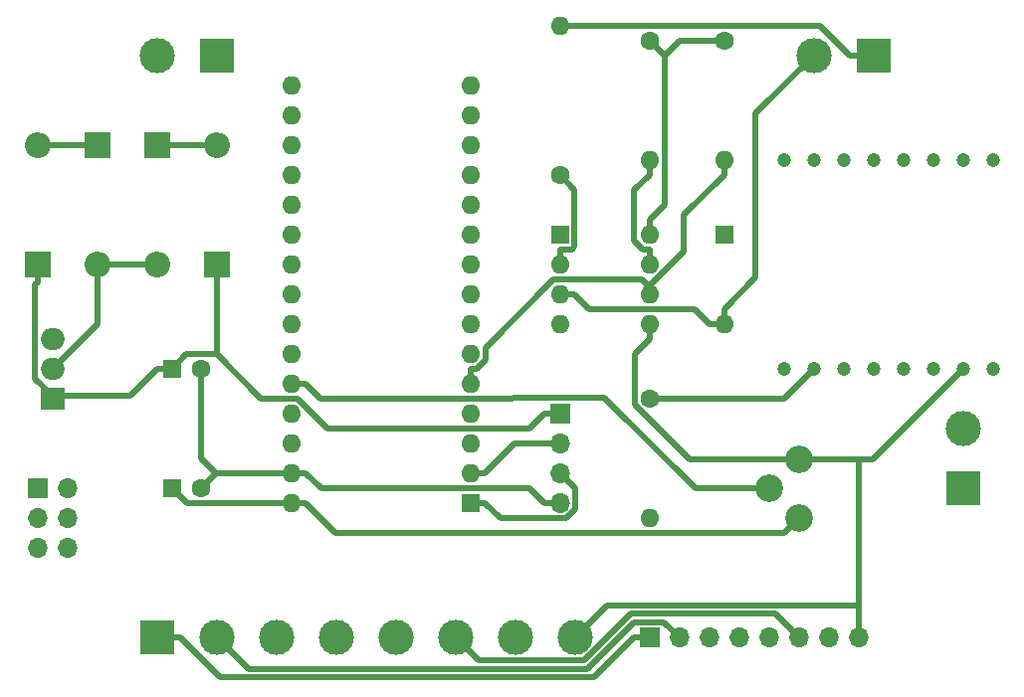
<source format=gbr>
%TF.GenerationSoftware,KiCad,Pcbnew,5.1.10*%
%TF.CreationDate,2021-08-02T12:23:09+02:00*%
%TF.ProjectId,DAD 02,44414420-3032-42e6-9b69-6361645f7063,1.0*%
%TF.SameCoordinates,Original*%
%TF.FileFunction,Copper,L1,Top*%
%TF.FilePolarity,Positive*%
%FSLAX46Y46*%
G04 Gerber Fmt 4.6, Leading zero omitted, Abs format (unit mm)*
G04 Created by KiCad (PCBNEW 5.1.10) date 2021-08-02 12:23:09*
%MOMM*%
%LPD*%
G01*
G04 APERTURE LIST*
%TA.AperFunction,ComponentPad*%
%ADD10R,1.600000X1.600000*%
%TD*%
%TA.AperFunction,ComponentPad*%
%ADD11O,1.600000X1.600000*%
%TD*%
%TA.AperFunction,ComponentPad*%
%ADD12C,1.600000*%
%TD*%
%TA.AperFunction,ComponentPad*%
%ADD13O,2.200000X2.200000*%
%TD*%
%TA.AperFunction,ComponentPad*%
%ADD14R,2.200000X2.200000*%
%TD*%
%TA.AperFunction,ComponentPad*%
%ADD15R,1.700000X1.700000*%
%TD*%
%TA.AperFunction,ComponentPad*%
%ADD16O,1.700000X1.700000*%
%TD*%
%TA.AperFunction,ComponentPad*%
%ADD17R,3.000000X3.000000*%
%TD*%
%TA.AperFunction,ComponentPad*%
%ADD18C,3.000000*%
%TD*%
%TA.AperFunction,ComponentPad*%
%ADD19C,2.340000*%
%TD*%
%TA.AperFunction,ComponentPad*%
%ADD20R,2.000000X1.905000*%
%TD*%
%TA.AperFunction,ComponentPad*%
%ADD21O,2.000000X1.905000*%
%TD*%
%TA.AperFunction,ComponentPad*%
%ADD22C,1.200000*%
%TD*%
%TA.AperFunction,Conductor*%
%ADD23C,0.500000*%
%TD*%
G04 APERTURE END LIST*
D10*
%TO.P,A1,1*%
%TO.N,Net-(A1-Pad1)*%
X54610000Y-57150000D03*
D11*
%TO.P,A1,17*%
%TO.N,Net-(A1-Pad17)*%
X39370000Y-24130000D03*
%TO.P,A1,2*%
%TO.N,Net-(A1-Pad2)*%
X54610000Y-54610000D03*
%TO.P,A1,18*%
%TO.N,Net-(A1-Pad18)*%
X39370000Y-26670000D03*
%TO.P,A1,3*%
%TO.N,Net-(A1-Pad3)*%
X54610000Y-52070000D03*
%TO.P,A1,19*%
%TO.N,BTN_MODE_A*%
X39370000Y-29210000D03*
%TO.P,A1,4*%
%TO.N,Net-(A1-Pad4)*%
X54610000Y-49530000D03*
%TO.P,A1,20*%
%TO.N,BTN_MODE_B*%
X39370000Y-31750000D03*
%TO.P,A1,5*%
%TO.N,DCC*%
X54610000Y-46990000D03*
%TO.P,A1,21*%
%TO.N,BTN_MODE_C*%
X39370000Y-34290000D03*
%TO.P,A1,6*%
%TO.N,BTN_A1*%
X54610000Y-44450000D03*
%TO.P,A1,22*%
%TO.N,Net-(A1-Pad22)*%
X39370000Y-36830000D03*
%TO.P,A1,7*%
%TO.N,BTN_A2*%
X54610000Y-41910000D03*
%TO.P,A1,23*%
%TO.N,Net-(A1-Pad23)*%
X39370000Y-39370000D03*
%TO.P,A1,8*%
%TO.N,BTN_B1*%
X54610000Y-39370000D03*
%TO.P,A1,24*%
%TO.N,Net-(A1-Pad24)*%
X39370000Y-41910000D03*
%TO.P,A1,9*%
%TO.N,BTN_B2*%
X54610000Y-36830000D03*
%TO.P,A1,25*%
%TO.N,Net-(A1-Pad25)*%
X39370000Y-44450000D03*
%TO.P,A1,10*%
%TO.N,BTN_C1*%
X54610000Y-34290000D03*
%TO.P,A1,26*%
%TO.N,VOL_POT*%
X39370000Y-46990000D03*
%TO.P,A1,11*%
%TO.N,BTN_C2*%
X54610000Y-31750000D03*
%TO.P,A1,27*%
%TO.N,Net-(A1-Pad27)*%
X39370000Y-49530000D03*
%TO.P,A1,12*%
%TO.N,BTN_RAND*%
X54610000Y-29210000D03*
%TO.P,A1,28*%
%TO.N,Net-(A1-Pad28)*%
X39370000Y-52070000D03*
%TO.P,A1,13*%
%TO.N,DFP_RX*%
X54610000Y-26670000D03*
%TO.P,A1,29*%
%TO.N,GND*%
X39370000Y-54610000D03*
%TO.P,A1,14*%
%TO.N,DFP_TX*%
X54610000Y-24130000D03*
%TO.P,A1,30*%
%TO.N,+5V*%
X39370000Y-57150000D03*
%TO.P,A1,15*%
%TO.N,Net-(A1-Pad15)*%
X54610000Y-21590000D03*
%TO.P,A1,16*%
%TO.N,Net-(A1-Pad16)*%
X39370000Y-21590000D03*
%TD*%
D12*
%TO.P,C1,2*%
%TO.N,GND*%
X31710000Y-45720000D03*
D10*
%TO.P,C1,1*%
%TO.N,VCC*%
X29210000Y-45720000D03*
%TD*%
%TO.P,C2,1*%
%TO.N,+5V*%
X29210000Y-55880000D03*
D12*
%TO.P,C2,2*%
%TO.N,GND*%
X31710000Y-55880000D03*
%TD*%
D13*
%TO.P,D1,2*%
%TO.N,Net-(D1-Pad2)*%
X33020000Y-26670000D03*
D14*
%TO.P,D1,1*%
%TO.N,VCC*%
X33020000Y-36830000D03*
%TD*%
%TO.P,D2,1*%
%TO.N,VCC*%
X17780000Y-36830000D03*
D13*
%TO.P,D2,2*%
%TO.N,Net-(D2-Pad2)*%
X17780000Y-26670000D03*
%TD*%
%TO.P,D3,2*%
%TO.N,GND*%
X27940000Y-36830000D03*
D14*
%TO.P,D3,1*%
%TO.N,Net-(D1-Pad2)*%
X27940000Y-26670000D03*
%TD*%
%TO.P,D4,1*%
%TO.N,Net-(D2-Pad2)*%
X22860000Y-26670000D03*
D13*
%TO.P,D4,2*%
%TO.N,GND*%
X22860000Y-36830000D03*
%TD*%
D10*
%TO.P,D5,1*%
%TO.N,Net-(D5-Pad1)*%
X76200000Y-34290000D03*
D11*
%TO.P,D5,2*%
%TO.N,Net-(D5-Pad2)*%
X76200000Y-41910000D03*
%TD*%
D15*
%TO.P,J1,1*%
%TO.N,VCC*%
X62230000Y-49530000D03*
D16*
%TO.P,J1,2*%
%TO.N,Net-(A1-Pad2)*%
X62230000Y-52070000D03*
%TO.P,J1,3*%
%TO.N,Net-(A1-Pad1)*%
X62230000Y-54610000D03*
%TO.P,J1,4*%
%TO.N,GND*%
X62230000Y-57150000D03*
%TD*%
D17*
%TO.P,J2,1*%
%TO.N,Net-(D1-Pad2)*%
X33020000Y-19050000D03*
D18*
%TO.P,J2,2*%
%TO.N,Net-(D2-Pad2)*%
X27940000Y-19050000D03*
%TD*%
D17*
%TO.P,J3,1*%
%TO.N,Net-(J3-Pad1)*%
X88900000Y-19050000D03*
D18*
%TO.P,J3,2*%
%TO.N,Net-(D5-Pad2)*%
X83820000Y-19050000D03*
%TD*%
D15*
%TO.P,J4,1*%
%TO.N,GND*%
X17780000Y-55880000D03*
D16*
%TO.P,J4,2*%
%TO.N,BTN_MODE_A*%
X20320000Y-55880000D03*
%TO.P,J4,3*%
%TO.N,GND*%
X17780000Y-58420000D03*
%TO.P,J4,4*%
%TO.N,BTN_MODE_B*%
X20320000Y-58420000D03*
%TO.P,J4,5*%
%TO.N,GND*%
X17780000Y-60960000D03*
%TO.P,J4,6*%
%TO.N,BTN_MODE_C*%
X20320000Y-60960000D03*
%TD*%
D18*
%TO.P,J5,2*%
%TO.N,BTN_A2*%
X33020000Y-68580000D03*
%TO.P,J5,3*%
%TO.N,BTN_B1*%
X38100000Y-68580000D03*
D17*
%TO.P,J5,1*%
%TO.N,BTN_A1*%
X27940000Y-68580000D03*
D18*
%TO.P,J5,4*%
%TO.N,BTN_B2*%
X43180000Y-68580000D03*
%TO.P,J5,5*%
%TO.N,BTN_C1*%
X48260000Y-68580000D03*
%TO.P,J5,6*%
%TO.N,BTN_C2*%
X53340000Y-68580000D03*
%TO.P,J5,7*%
%TO.N,BTN_RAND*%
X58420000Y-68580000D03*
%TO.P,J5,8*%
%TO.N,GND*%
X63500000Y-68580000D03*
%TD*%
%TO.P,J6,2*%
%TO.N,Net-(J6-Pad2)*%
X96520000Y-50800000D03*
D17*
%TO.P,J6,1*%
%TO.N,Net-(J6-Pad1)*%
X96520000Y-55880000D03*
%TD*%
D15*
%TO.P,J7,1*%
%TO.N,BTN_A1*%
X69850000Y-68580000D03*
D16*
%TO.P,J7,2*%
%TO.N,BTN_A2*%
X72390000Y-68580000D03*
%TO.P,J7,3*%
%TO.N,BTN_B1*%
X74930000Y-68580000D03*
%TO.P,J7,4*%
%TO.N,BTN_B2*%
X77470000Y-68580000D03*
%TO.P,J7,5*%
%TO.N,BTN_C1*%
X80010000Y-68580000D03*
%TO.P,J7,6*%
%TO.N,BTN_C2*%
X82550000Y-68580000D03*
%TO.P,J7,7*%
%TO.N,BTN_RAND*%
X85090000Y-68580000D03*
%TO.P,J7,8*%
%TO.N,GND*%
X87630000Y-68580000D03*
%TD*%
D11*
%TO.P,R1,2*%
%TO.N,Net-(R1-Pad2)*%
X69850000Y-27940000D03*
D12*
%TO.P,R1,1*%
%TO.N,+5V*%
X69850000Y-17780000D03*
%TD*%
%TO.P,R2,1*%
%TO.N,+5V*%
X76200000Y-17780000D03*
D11*
%TO.P,R2,2*%
%TO.N,DCC*%
X76200000Y-27940000D03*
%TD*%
D12*
%TO.P,R3,1*%
%TO.N,Net-(D5-Pad1)*%
X62230000Y-29210000D03*
D11*
%TO.P,R3,2*%
%TO.N,Net-(J3-Pad1)*%
X62230000Y-16510000D03*
%TD*%
D12*
%TO.P,R4,1*%
%TO.N,Net-(R4-Pad1)*%
X69850000Y-48260000D03*
D11*
%TO.P,R4,2*%
%TO.N,DFP_TX*%
X69850000Y-58420000D03*
%TD*%
D19*
%TO.P,RV1,3*%
%TO.N,GND*%
X82550000Y-53420000D03*
%TO.P,RV1,2*%
%TO.N,VOL_POT*%
X80050000Y-55920000D03*
%TO.P,RV1,1*%
%TO.N,+5V*%
X82550000Y-58420000D03*
%TD*%
D20*
%TO.P,U1,1*%
%TO.N,VCC*%
X19050000Y-48260000D03*
D21*
%TO.P,U1,2*%
%TO.N,GND*%
X19050000Y-45720000D03*
%TO.P,U1,3*%
%TO.N,+5V*%
X19050000Y-43180000D03*
%TD*%
D10*
%TO.P,U2,1*%
%TO.N,Net-(U2-Pad1)*%
X62230000Y-34290000D03*
D11*
%TO.P,U2,5*%
%TO.N,GND*%
X69850000Y-41910000D03*
%TO.P,U2,2*%
%TO.N,Net-(D5-Pad1)*%
X62230000Y-36830000D03*
%TO.P,U2,6*%
%TO.N,DCC*%
X69850000Y-39370000D03*
%TO.P,U2,3*%
%TO.N,Net-(D5-Pad2)*%
X62230000Y-39370000D03*
%TO.P,U2,7*%
%TO.N,Net-(R1-Pad2)*%
X69850000Y-36830000D03*
%TO.P,U2,4*%
%TO.N,N/C*%
X62230000Y-41910000D03*
%TO.P,U2,8*%
%TO.N,+5V*%
X69850000Y-34290000D03*
%TD*%
D22*
%TO.P,U3,16*%
%TO.N,Net-(U3-Pad16)*%
X81280000Y-27940000D03*
%TO.P,U3,1*%
%TO.N,+5V*%
X81280000Y-45720000D03*
%TO.P,U3,15*%
%TO.N,Net-(U3-Pad15)*%
X83820000Y-27940000D03*
%TO.P,U3,2*%
%TO.N,Net-(R4-Pad1)*%
X83820000Y-45720000D03*
%TO.P,U3,14*%
%TO.N,Net-(U3-Pad14)*%
X86360000Y-27940000D03*
%TO.P,U3,3*%
%TO.N,DFP_RX*%
X86360000Y-45720000D03*
%TO.P,U3,13*%
%TO.N,Net-(U3-Pad13)*%
X88900000Y-27940000D03*
%TO.P,U3,4*%
%TO.N,Net-(U3-Pad4)*%
X88900000Y-45720000D03*
%TO.P,U3,12*%
%TO.N,Net-(U3-Pad12)*%
X91440000Y-27940000D03*
%TO.P,U3,5*%
%TO.N,Net-(U3-Pad5)*%
X91440000Y-45720000D03*
%TO.P,U3,11*%
%TO.N,Net-(U3-Pad11)*%
X93980000Y-27940000D03*
%TO.P,U3,6*%
%TO.N,Net-(J6-Pad1)*%
X93980000Y-45720000D03*
%TO.P,U3,10*%
%TO.N,Net-(U3-Pad10)*%
X96520000Y-27940000D03*
%TO.P,U3,7*%
%TO.N,GND*%
X96520000Y-45720000D03*
%TO.P,U3,9*%
%TO.N,Net-(U3-Pad9)*%
X99060000Y-27940000D03*
%TO.P,U3,8*%
%TO.N,Net-(J6-Pad2)*%
X99060000Y-45720000D03*
%TD*%
D23*
%TO.N,Net-(A1-Pad1)*%
X54610000Y-57150000D02*
X55860300Y-57150000D01*
X62230000Y-54610000D02*
X63536300Y-55916300D01*
X63536300Y-55916300D02*
X63536300Y-57696900D01*
X63536300Y-57696900D02*
X62777900Y-58455300D01*
X62777900Y-58455300D02*
X57165600Y-58455300D01*
X57165600Y-58455300D02*
X55860300Y-57150000D01*
%TO.N,Net-(A1-Pad2)*%
X54610000Y-54610000D02*
X55860300Y-54610000D01*
X62230000Y-52070000D02*
X58400300Y-52070000D01*
X58400300Y-52070000D02*
X55860300Y-54610000D01*
%TO.N,DCC*%
X69811500Y-38706300D02*
X69205200Y-38100000D01*
X69205200Y-38100000D02*
X61716500Y-38100000D01*
X61716500Y-38100000D02*
X55899600Y-43916900D01*
X55899600Y-43916900D02*
X55899600Y-44994000D01*
X55899600Y-44994000D02*
X55153900Y-45739700D01*
X55153900Y-45739700D02*
X54610000Y-45739700D01*
X69850000Y-38744800D02*
X69811500Y-38706300D01*
X76200000Y-29190300D02*
X72793800Y-32596500D01*
X72793800Y-32596500D02*
X72793800Y-35724000D01*
X72793800Y-35724000D02*
X69811500Y-38706300D01*
X76200000Y-27940000D02*
X76200000Y-29190300D01*
X54610000Y-46990000D02*
X54610000Y-45739700D01*
X69850000Y-39370000D02*
X69850000Y-38744800D01*
%TO.N,BTN_A1*%
X27940000Y-68580000D02*
X29890300Y-68580000D01*
X69850000Y-68580000D02*
X68549700Y-68580000D01*
X68549700Y-68580000D02*
X65126500Y-72003200D01*
X65126500Y-72003200D02*
X33313500Y-72003200D01*
X33313500Y-72003200D02*
X29890300Y-68580000D01*
%TO.N,BTN_A2*%
X72390000Y-68580000D02*
X71089600Y-67279600D01*
X71089600Y-67279600D02*
X68559500Y-67279600D01*
X68559500Y-67279600D02*
X64536300Y-71302800D01*
X64536300Y-71302800D02*
X35742800Y-71302800D01*
X35742800Y-71302800D02*
X33020000Y-68580000D01*
%TO.N,VOL_POT*%
X39370000Y-46990000D02*
X40620300Y-46990000D01*
X80050000Y-55920000D02*
X73755400Y-55920000D01*
X73755400Y-55920000D02*
X66039800Y-48204400D01*
X66039800Y-48204400D02*
X58253700Y-48204400D01*
X58253700Y-48204400D02*
X58198100Y-48260000D01*
X58198100Y-48260000D02*
X41890300Y-48260000D01*
X41890300Y-48260000D02*
X40620300Y-46990000D01*
%TO.N,BTN_C2*%
X53340000Y-68580000D02*
X55299200Y-70539200D01*
X55299200Y-70539200D02*
X64309400Y-70539200D01*
X64309400Y-70539200D02*
X68278400Y-66570200D01*
X68278400Y-66570200D02*
X80540200Y-66570200D01*
X80540200Y-66570200D02*
X82550000Y-68580000D01*
%TO.N,GND*%
X87630000Y-65853200D02*
X87630000Y-68580000D01*
X87630000Y-53420000D02*
X87630000Y-65853200D01*
X87630000Y-65853200D02*
X66226800Y-65853200D01*
X66226800Y-65853200D02*
X63500000Y-68580000D01*
X32980000Y-54610000D02*
X38119700Y-54610000D01*
X31710000Y-55880000D02*
X32980000Y-54610000D01*
X32980000Y-54610000D02*
X31710000Y-53340000D01*
X31710000Y-53340000D02*
X31710000Y-45720000D01*
X87630000Y-53420000D02*
X88820000Y-53420000D01*
X88820000Y-53420000D02*
X96520000Y-45720000D01*
X82550000Y-53420000D02*
X87630000Y-53420000D01*
X22860000Y-36830000D02*
X22860000Y-41910000D01*
X22860000Y-41910000D02*
X19050000Y-45720000D01*
X22860000Y-36830000D02*
X27940000Y-36830000D01*
X82550000Y-53420000D02*
X73237100Y-53420000D01*
X73237100Y-53420000D02*
X68587300Y-48770200D01*
X68587300Y-48770200D02*
X68587300Y-44423000D01*
X68587300Y-44423000D02*
X69850000Y-43160300D01*
X69850000Y-41910000D02*
X69850000Y-43160300D01*
X39370000Y-54610000D02*
X38119700Y-54610000D01*
X39370000Y-54610000D02*
X40620300Y-54610000D01*
X62230000Y-57150000D02*
X60929700Y-57150000D01*
X60929700Y-57150000D02*
X59679300Y-55899600D01*
X59679300Y-55899600D02*
X41909900Y-55899600D01*
X41909900Y-55899600D02*
X40620300Y-54610000D01*
%TO.N,+5V*%
X71139800Y-19069800D02*
X69850000Y-17780000D01*
X69850000Y-33039700D02*
X71139800Y-31749900D01*
X71139800Y-31749900D02*
X71139800Y-19069800D01*
X76200000Y-17780000D02*
X72429600Y-17780000D01*
X72429600Y-17780000D02*
X71139800Y-19069800D01*
X69850000Y-34290000D02*
X69850000Y-33039700D01*
X39370000Y-57150000D02*
X40620300Y-57150000D01*
X82550000Y-58420000D02*
X81297700Y-59672300D01*
X81297700Y-59672300D02*
X43142600Y-59672300D01*
X43142600Y-59672300D02*
X40620300Y-57150000D01*
X29210000Y-55880000D02*
X30480000Y-57150000D01*
X30480000Y-57150000D02*
X39370000Y-57150000D01*
%TO.N,VCC*%
X19050000Y-48009000D02*
X25670700Y-48009000D01*
X25670700Y-48009000D02*
X27959700Y-45720000D01*
X17780000Y-38380300D02*
X17597900Y-38562400D01*
X17597900Y-38562400D02*
X17597900Y-46556900D01*
X17597900Y-46556900D02*
X19050000Y-48009000D01*
X19050000Y-48260000D02*
X19050000Y-48009000D01*
X29210000Y-45720000D02*
X27959700Y-45720000D01*
X33020000Y-44457100D02*
X30472900Y-44457100D01*
X30472900Y-44457100D02*
X29210000Y-45720000D01*
X60929700Y-49530000D02*
X59659700Y-50800000D01*
X59659700Y-50800000D02*
X42440200Y-50800000D01*
X42440200Y-50800000D02*
X39900200Y-48260000D01*
X39900200Y-48260000D02*
X36822900Y-48260000D01*
X36822900Y-48260000D02*
X33020000Y-44457100D01*
X33020000Y-44457100D02*
X33020000Y-36830000D01*
X17780000Y-36830000D02*
X17780000Y-38380300D01*
X62230000Y-49530000D02*
X60929700Y-49530000D01*
%TO.N,Net-(D1-Pad2)*%
X27940000Y-26670000D02*
X33020000Y-26670000D01*
%TO.N,Net-(D2-Pad2)*%
X22860000Y-26670000D02*
X17780000Y-26670000D01*
%TO.N,Net-(D5-Pad1)*%
X62230000Y-36830000D02*
X62230000Y-35579700D01*
X62230000Y-35579700D02*
X63245900Y-35579700D01*
X63245900Y-35579700D02*
X63480400Y-35345200D01*
X63480400Y-35345200D02*
X63480400Y-30460400D01*
X63480400Y-30460400D02*
X62230000Y-29210000D01*
%TO.N,Net-(D5-Pad2)*%
X76200000Y-41910000D02*
X76200000Y-40659700D01*
X83820000Y-19050000D02*
X78881500Y-23988500D01*
X78881500Y-23988500D02*
X78881500Y-37978200D01*
X78881500Y-37978200D02*
X76200000Y-40659700D01*
X76200000Y-41910000D02*
X74949700Y-41910000D01*
X62230000Y-39370000D02*
X63480300Y-39370000D01*
X63480300Y-39370000D02*
X64730600Y-40620300D01*
X64730600Y-40620300D02*
X73660000Y-40620300D01*
X73660000Y-40620300D02*
X74949700Y-41910000D01*
%TO.N,Net-(J3-Pad1)*%
X88900000Y-19050000D02*
X86949700Y-19050000D01*
X62230000Y-16510000D02*
X84409700Y-16510000D01*
X84409700Y-16510000D02*
X86949700Y-19050000D01*
%TO.N,Net-(R1-Pad2)*%
X69850000Y-27940000D02*
X69850000Y-29190300D01*
X69850000Y-36830000D02*
X69850000Y-35579700D01*
X69850000Y-35579700D02*
X69303000Y-35579700D01*
X69303000Y-35579700D02*
X68567500Y-34844200D01*
X68567500Y-34844200D02*
X68567500Y-30472800D01*
X68567500Y-30472800D02*
X69850000Y-29190300D01*
%TO.N,Net-(R4-Pad1)*%
X83820000Y-45720000D02*
X81280000Y-48260000D01*
X81280000Y-48260000D02*
X69850000Y-48260000D01*
%TD*%
M02*

</source>
